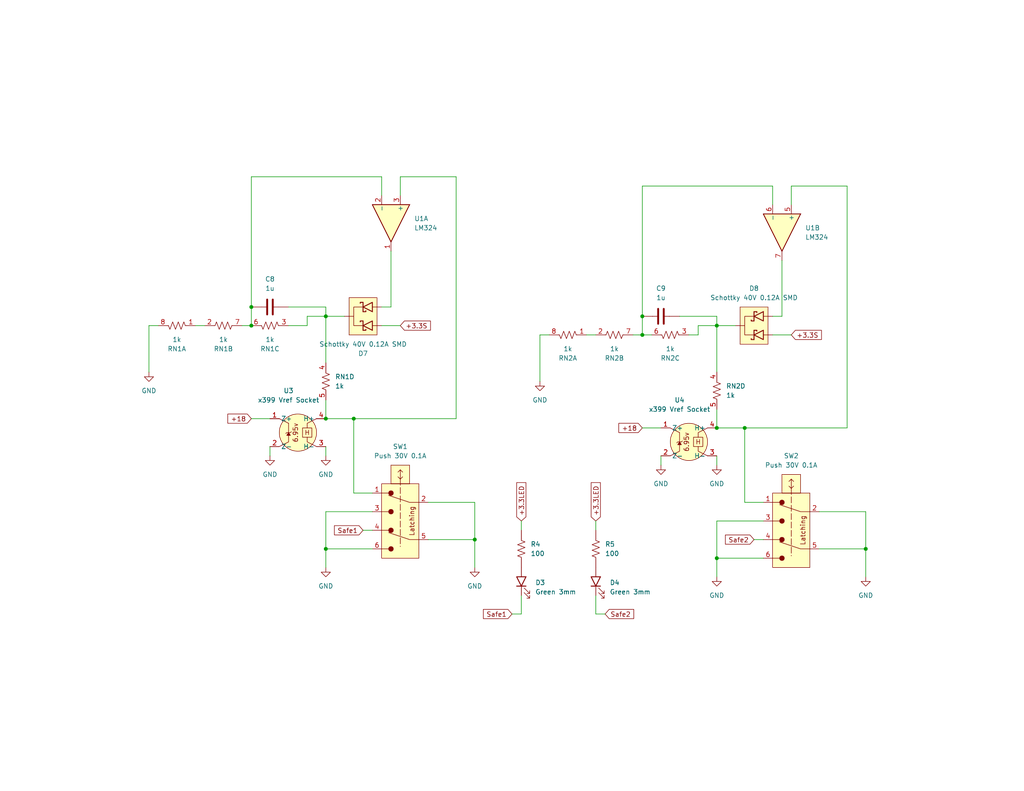
<source format=kicad_sch>
(kicad_sch (version 20230121) (generator eeschema)
  (paper "USLetter")
  (lib_symbols
    (symbol "Danakil_database:Capacitors - Unpolarized/1uF 50V 0805 Y5V SMD MLCC  " (pin_numbers hide) (pin_names (offset 0.254))
      (property "Reference" "C" (at 0.635 2.54 0))
      (property "Value" "1u" (at 0.635 -2.54 0))
      (symbol "Capacitors - Unpolarized/1uF 50V 0805 Y5V SMD MLCC  _0_1"
        (polyline (pts (xy -2.032 -0.762) (xy 2.032 -0.762)) (stroke (width 0.508)))
        (polyline (pts (xy -2.032 0.762) (xy 2.032 0.762)) (stroke (width 0.508)))
        (polyline (pts (xy 0 -0.762) (xy 0 -2.286)))
        (polyline (pts (xy 0 2.286) (xy 0 0.762)))
      )
      (symbol "Capacitors - Unpolarized/1uF 50V 0805 Y5V SMD MLCC  _1_1"
        (pin passive line (at 0 5.08 270) (length 2.794) (name "~") (number "1"))
        (pin passive line (at 0 -5.08 90) (length 2.794) (name "~") (number "2"))
      )
    )
    (symbol "Danakil_database:Connectors - IC socket/x399 Vref Socket"
      (property "Reference" "U" (at 0 7.62 0))
      (property "Value" "x399 Vref Socket" (at 0 0 0))
      (symbol "Connectors - IC socket/x399 Vref Socket_0_1"
        (polyline (pts (xy -2.54 2.54) (xy -5.08 3.81)))
      )
      (symbol "Connectors - IC socket/x399 Vref Socket_1_1"
        (polyline (pts (xy -2.54 2.54) (xy -2.54 0)))
        (polyline (pts (xy -5.08 -3.81) (xy -2.54 -2.54) (xy -2.54 -0.762)))
        (polyline (pts (xy -2.54 0) (xy -3.048 0) (xy -3.302 -0.254)))
        (polyline (pts (xy -2.54 0) (xy -2.032 0) (xy -1.778 0.254)))
        (polyline (pts (xy 5.08 -3.81) (xy 2.54 -2.54) (xy 2.54 -1.27)))
        (polyline (pts (xy 5.08 3.81) (xy 2.54 2.54) (xy 2.54 1.27)))
        (polyline (pts (xy -2.54 0) (xy -3.048 -0.762) (xy -2.032 -0.762) (xy -2.54 0)) (fill (type outline)))
        (circle (center 0 0) (radius 5.08) (fill (type background)))
        (text "6.95v" (at -0.635 0 900) (effects (font (size 1.27 1.27))))
        (text_box "H" (at 1.27 1.27 0) (size 2.54 -2.54) (effects (font (size 1.27 1.27))))
        (pin input line (at -7.62 3.81 0) (length 2.54) (name "Z+") (number "1"))
        (pin input line (at -7.62 -3.81 0) (length 2.54) (name "Z-") (number "2"))
        (pin input line (at 7.62 -3.81 180) (length 2.54) (name "H-") (number "3"))
        (pin input line (at 7.62 3.81 180) (length 2.54) (name "H+") (number "4"))
      )
    )
    (symbol "Danakil_database:Discreet - Diodes - Schottky/Schottky 40V 0.12A SMD Dual CC" (pin_numbers hide) (pin_names hide)
      (property "Reference" "D" (at 6.35 10.16 0))
      (property "Value" "Schottky 40V 0.12A SMD" (at 0 -2.54 0))
      (symbol "Discreet - Diodes - Schottky/Schottky 40V 0.12A SMD Dual CC_0_1"
        (polyline (pts (xy 0 1.27) (xy 0 -1.27)) (stroke (width 0.254)))
        (polyline (pts (xy 0 6.35) (xy 0 3.81)) (stroke (width 0.254)))
        (polyline (pts (xy -2.54 2.54) (xy -2.54 0) (xy 0 0)))
        (polyline (pts (xy -2.54 2.54) (xy -2.54 5.08) (xy 0 5.08)))
        (polyline (pts (xy 2.54 1.27) (xy 2.54 -1.27) (xy 0 0) (xy 2.54 1.27)) (stroke (width 0.254)))
        (polyline (pts (xy 2.54 6.35) (xy 2.54 3.81) (xy 0 5.08) (xy 2.54 6.35)) (stroke (width 0.254)))
      )
      (symbol "Discreet - Diodes - Schottky/Schottky 40V 0.12A SMD Dual CC_1_1"
        (rectangle (start -3.81 7.62) (end 3.81 -2.54) (fill (type background)))
        (polyline (pts (xy 0 -1.27) (xy -0.762 -1.27) (xy -0.762 -1.016)) (stroke (width 0.254)))
        (polyline (pts (xy 0 1.27) (xy 0.762 1.27) (xy 0.762 1.016)) (stroke (width 0.254)))
        (polyline (pts (xy 0 3.81) (xy -0.762 3.81) (xy -0.762 4.064)) (stroke (width 0.254)))
        (polyline (pts (xy 0 6.35) (xy 0.762 6.35) (xy 0.762 6.096)) (stroke (width 0.254)))
        (pin passive line (at 5.08 0 180) (length 2.54) (name "A") (number "1"))
        (pin passive line (at 5.08 5.08 180) (length 2.54) (name "A") (number "2"))
        (pin passive line (at -5.08 2.54 0) (length 2.54) (name "K") (number "3"))
      )
    )
    (symbol "Danakil_database:ICs - Analog - OP Amp/LM324" (pin_names (offset 0.127))
      (property "Reference" "U" (at 2.54 2.54 0))
      (property "Value" "LM324" (at 2.54 -7.62 0))
      (symbol "ICs - Analog - OP Amp/LM324_1_1"
        (polyline (pts (xy -5.08 5.08) (xy 5.08 0) (xy -5.08 -5.08) (xy -5.08 5.08)) (stroke (width 0.254)) (fill (type background)))
        (pin output line (at 7.62 0 180) (length 2.54) (name "~") (number "1"))
        (pin input line (at -7.62 -2.54 0) (length 2.54) (name "-") (number "2"))
        (pin input line (at -7.62 2.54 0) (length 2.54) (name "+") (number "3"))
      )
      (symbol "ICs - Analog - OP Amp/LM324_2_1"
        (polyline (pts (xy -5.08 5.08) (xy 5.08 0) (xy -5.08 -5.08) (xy -5.08 5.08)) (stroke (width 0.254)) (fill (type background)))
        (pin input line (at -7.62 2.54 0) (length 2.54) (name "+") (number "5"))
        (pin input line (at -7.62 -2.54 0) (length 2.54) (name "-") (number "6"))
        (pin output line (at 7.62 0 180) (length 2.54) (name "~") (number "7"))
      )
      (symbol "ICs - Analog - OP Amp/LM324_3_1"
        (polyline (pts (xy -5.08 5.08) (xy 5.08 0) (xy -5.08 -5.08) (xy -5.08 5.08)) (stroke (width 0.254)) (fill (type background)))
        (pin input line (at -7.62 2.54 0) (length 2.54) (name "+") (number "10"))
        (pin output line (at 7.62 0 180) (length 2.54) (name "~") (number "8"))
        (pin input line (at -7.62 -2.54 0) (length 2.54) (name "-") (number "9"))
      )
      (symbol "ICs - Analog - OP Amp/LM324_4_1"
        (polyline (pts (xy -5.08 5.08) (xy 5.08 0) (xy -5.08 -5.08) (xy -5.08 5.08)) (stroke (width 0.254)) (fill (type background)))
        (pin input line (at -7.62 2.54 0) (length 2.54) (name "+") (number "12"))
        (pin input line (at -7.62 -2.54 0) (length 2.54) (name "-") (number "13"))
        (pin output line (at 7.62 0 180) (length 2.54) (name "~") (number "14"))
      )
      (symbol "ICs - Analog - OP Amp/LM324_5_1"
        (rectangle (start -2.54 5.08) (end 2.54 -5.08))
        (pin passive line (at 0 -7.62 90) (length 2.54) (name "V-") (number "11"))
        (pin passive line (at 0 7.62 270) (length 2.54) (name "V+") (number "4"))
      )
    )
    (symbol "Danakil_database:LEDs - Standard - Indicator - Through Hole/Green 3mm 560nm 2.2v 20mA  " (pin_numbers hide) (pin_names (offset 1.016) hide)
      (property "Reference" "D" (at 0 2.54 0))
      (property "Value" "Green 3mm" (at 0 -2.54 0))
      (symbol "LEDs - Standard - Indicator - Through Hole/Green 3mm 560nm 2.2v 20mA  _0_1"
        (polyline (pts (xy -1.27 -1.27) (xy -1.27 1.27)) (stroke (width 0.254)))
        (polyline (pts (xy 1.27 -1.27) (xy 1.27 1.27) (xy -1.27 0) (xy 1.27 -1.27)) (stroke (width 0.254)))
        (polyline (pts (xy -3.048 -0.762) (xy -4.572 -2.286) (xy -3.81 -2.286) (xy -4.572 -2.286) (xy -4.572 -1.524)))
        (polyline (pts (xy -1.778 -0.762) (xy -3.302 -2.286) (xy -2.54 -2.286) (xy -3.302 -2.286) (xy -3.302 -1.524)))
      )
      (symbol "LEDs - Standard - Indicator - Through Hole/Green 3mm 560nm 2.2v 20mA  _1_1"
        (pin passive line (at -3.81 0 0) (length 2.54) (name "K") (number "1"))
        (pin passive line (at 3.81 0 180) (length 2.54) (name "A") (number "2"))
      )
    )
    (symbol "Danakil_database:Resistors - Isolated Array/1kΩ 1% 4-Element 1206 62.5mW 50V Thick Film 200PPM/°C  " (pin_names (offset 0) hide)
      (property "Reference" "RN" (at 2.032 0 90))
      (property "Value" "1k" (at -5.08 0.635 90))
      (symbol "Resistors - Isolated Array/1kΩ 1% 4-Element 1206 62.5mW 50V Thick Film 200PPM/°C  _0_1"
        (polyline (pts (xy 0 -2.286) (xy 0 -2.54)))
        (polyline (pts (xy 0 2.286) (xy 0 2.54)))
        (polyline (pts (xy 0 -0.762) (xy 1.016 -1.143) (xy 0 -1.524) (xy -1.016 -1.905) (xy 0 -2.286)))
        (polyline (pts (xy 0 0.762) (xy 1.016 0.381) (xy 0 0) (xy -1.016 -0.381) (xy 0 -0.762)))
        (polyline (pts (xy 0 2.286) (xy 1.016 1.905) (xy 0 1.524) (xy -1.016 1.143) (xy 0 0.762)))
      )
      (symbol "Resistors - Isolated Array/1kΩ 1% 4-Element 1206 62.5mW 50V Thick Film 200PPM/°C  _1_1"
        (pin passive line (at 0 -5.08 90) (length 2.54) (name "~") (number "1"))
        (pin passive line (at 0 5.08 270) (length 2.54) (name "~") (number "8"))
      )
      (symbol "Resistors - Isolated Array/1kΩ 1% 4-Element 1206 62.5mW 50V Thick Film 200PPM/°C  _2_1"
        (pin passive line (at 0 -5.08 90) (length 2.54) (name "~") (number "2"))
        (pin passive line (at 0 5.08 270) (length 2.54) (name "~") (number "7"))
      )
      (symbol "Resistors - Isolated Array/1kΩ 1% 4-Element 1206 62.5mW 50V Thick Film 200PPM/°C  _3_1"
        (pin passive line (at 0 -5.08 90) (length 2.54) (name "~") (number "3"))
        (pin passive line (at 0 5.08 270) (length 2.54) (name "~") (number "6"))
      )
      (symbol "Resistors - Isolated Array/1kΩ 1% 4-Element 1206 62.5mW 50V Thick Film 200PPM/°C  _4_1"
        (pin passive line (at 0 -5.08 90) (length 2.54) (name "~") (number "4"))
        (pin passive line (at 0 5.08 270) (length 2.54) (name "~") (number "5"))
      )
    )
    (symbol "Danakil_database:Resistors - Single - SMD/100Ω 1% 1206 0.25w Thick Film 100ppm/°C Automotive" (pin_numbers hide) (pin_names (offset 0))
      (property "Reference" "R" (at 2.54 0 90))
      (property "Value" "100" (at -2.54 0 90))
      (symbol "Resistors - Single - SMD/100Ω 1% 1206 0.25w Thick Film 100ppm/°C Automotive_0_1"
        (polyline (pts (xy 0 -2.286) (xy 0 -2.54)))
        (polyline (pts (xy 0 2.286) (xy 0 2.54)))
        (polyline (pts (xy 0 -0.762) (xy 1.016 -1.143) (xy 0 -1.524) (xy -1.016 -1.905) (xy 0 -2.286)))
        (polyline (pts (xy 0 0.762) (xy 1.016 0.381) (xy 0 0) (xy -1.016 -0.381) (xy 0 -0.762)))
        (polyline (pts (xy 0 2.286) (xy 1.016 1.905) (xy 0 1.524) (xy -1.016 1.143) (xy 0 0.762)))
      )
      (symbol "Resistors - Single - SMD/100Ω 1% 1206 0.25w Thick Film 100ppm/°C Automotive_1_1"
        (pin passive line (at 0 5.08 270) (length 2.54) (name "~") (number "1"))
        (pin passive line (at 0 -5.08 90) (length 2.54) (name "~") (number "2"))
      )
    )
    (symbol "Danakil_database:Switches - Push/DPDT Push 30V 0.1A"
      (property "Reference" "SW" (at 0 17.78 0))
      (property "Value" "Push 30V 0.1A" (at 0 0 0))
      (symbol "Switches - Push/DPDT Push 30V 0.1A_0_1"
        (polyline (pts (xy -5.08 -5.08) (xy -2.54 -5.08) (xy 3.175 -3.175)))
        (polyline (pts (xy -5.08 5.08) (xy -2.54 5.08) (xy 3.175 6.985)))
      )
      (symbol "Switches - Push/DPDT Push 30V 0.1A_1_1"
        (rectangle (start -5.08 10.16) (end 5.08 -10.16) (fill (type background)))
        (rectangle (start -2.54 15.24) (end 2.54 10.16) (fill (type background)))
        (polyline (pts (xy 0 11.43) (xy -0.635 12.065)))
        (polyline (pts (xy 0 11.43) (xy 0 -6.985)) (stroke (width 0) (type dash)))
        (polyline (pts (xy 0 11.43) (xy 0.635 12.065)))
        (polyline (pts (xy 0 13.97) (xy -0.635 13.335)))
        (polyline (pts (xy 0 13.97) (xy 0 11.43)))
        (polyline (pts (xy 0 13.97) (xy 0.635 13.335)))
        (polyline (pts (xy 2.54 -7.62) (xy 5.08 -7.62)))
        (polyline (pts (xy 2.54 -2.54) (xy 5.08 -2.54)))
        (polyline (pts (xy 2.54 2.54) (xy 5.08 2.54)))
        (polyline (pts (xy 2.54 7.62) (xy 5.08 7.62)))
        (circle (center 2.54 -7.62) (radius 0.635) (fill (type outline)))
        (circle (center 2.54 -2.54) (radius 0.635) (fill (type outline)))
        (circle (center 2.54 2.54) (radius 0.635) (fill (type outline)))
        (circle (center 2.54 7.62) (radius 0.635) (fill (type outline)))
        (text "Latching" (at -3.175 0 900) (effects (font (size 1.27 1.27))))
        (pin passive line (at 7.62 7.62 180) (length 2.54) (name "") (number "1"))
        (pin passive line (at -7.62 5.08 0) (length 2.54) (name "") (number "2"))
        (pin passive line (at 7.62 2.54 180) (length 2.54) (name "") (number "3"))
        (pin passive line (at 7.62 -2.54 180) (length 2.54) (name "") (number "4"))
        (pin passive line (at -7.62 -5.08 0) (length 2.54) (name "") (number "5"))
        (pin passive line (at 7.62 -7.62 180) (length 2.54) (name "") (number "6"))
      )
    )
    (symbol "power:GND" (power) (pin_names (offset 0))
      (property "Value" "GND" (at 0 -3.81 0))
      (symbol "GND_0_1"
        (polyline (pts (xy 0 0) (xy 0 -1.27) (xy 1.27 -1.27) (xy 0 -2.54) (xy -1.27 -1.27) (xy 0 -1.27)))
      )
      (symbol "GND_1_1"
        (pin power_in line (at 0 0 270) (length 0) hide (name "GND") (number "1"))
      )
    )
  )
  (junction (at 195.58 152.4))
  (junction (at 88.9 149.86))
  (junction (at 195.58 88.9))
  (junction (at 203.2 116.84))
  (junction (at 68.58 88.9))
  (junction (at 236.22 149.86))
  (junction (at 175.26 86.36))
  (junction (at 129.54 147.32))
  (junction (at 96.52 114.3))
  (junction (at 88.9 86.36))
  (junction (at 175.26 91.44))
  (junction (at 88.9 114.3))
  (junction (at 195.58 116.84))
  (junction (at 68.58 83.82))
  (wire (pts (xy 162.56 167.64) (xy 162.56 162.56)))
  (wire (pts (xy 195.58 157.48) (xy 195.58 152.4)))
  (wire (pts (xy 195.58 116.84) (xy 203.2 116.84)))
  (wire (pts (xy 96.52 134.62) (xy 96.52 114.3)))
  (wire (pts (xy 43.18 88.9) (xy 40.64 88.9)))
  (wire (pts (xy 142.24 162.56) (xy 142.24 167.64)))
  (wire (pts (xy 88.9 139.7) (xy 88.9 149.86)))
  (wire (pts (xy 205.74 147.32) (xy 208.28 147.32)))
  (wire (pts (xy 109.22 48.26) (xy 109.22 53.34)))
  (wire (pts (xy 129.54 147.32) (xy 116.84 147.32)))
  (wire (pts (xy 175.26 91.44) (xy 177.8 91.44)))
  (wire (pts (xy 88.9 121.92) (xy 88.9 124.46)))
  (wire (pts (xy 88.9 149.86) (xy 101.6 149.86)))
  (wire (pts (xy 162.56 142.24) (xy 162.56 144.78)))
  (wire (pts (xy 195.58 124.46) (xy 195.58 127)))
  (wire (pts (xy 195.58 101.6) (xy 195.58 88.9)))
  (wire (pts (xy 68.58 83.82) (xy 68.58 48.26)))
  (wire (pts (xy 175.26 116.84) (xy 180.34 116.84)))
  (wire (pts (xy 68.58 83.82) (xy 68.58 88.9)))
  (wire (pts (xy 195.58 88.9) (xy 195.58 86.36)))
  (wire (pts (xy 175.26 50.8) (xy 210.82 50.8)))
  (wire (pts (xy 96.52 114.3) (xy 124.46 114.3)))
  (wire (pts (xy 203.2 116.84) (xy 231.14 116.84)))
  (wire (pts (xy 210.82 91.44) (xy 215.9 91.44)))
  (wire (pts (xy 203.2 137.16) (xy 203.2 116.84)))
  (wire (pts (xy 231.14 50.8) (xy 215.9 50.8)))
  (wire (pts (xy 101.6 134.62) (xy 96.52 134.62)))
  (wire (pts (xy 215.9 50.8) (xy 215.9 55.88)))
  (wire (pts (xy 195.58 142.24) (xy 208.28 142.24)))
  (wire (pts (xy 40.64 88.9) (xy 40.64 101.6)))
  (wire (pts (xy 142.24 167.64) (xy 139.7 167.64)))
  (wire (pts (xy 88.9 83.82) (xy 78.74 83.82)))
  (wire (pts (xy 236.22 157.48) (xy 236.22 149.86)))
  (wire (pts (xy 88.9 99.06) (xy 88.9 86.36)))
  (wire (pts (xy 129.54 154.94) (xy 129.54 147.32)))
  (wire (pts (xy 175.26 86.36) (xy 175.26 50.8)))
  (wire (pts (xy 172.72 91.44) (xy 175.26 91.44)))
  (wire (pts (xy 210.82 86.36) (xy 213.36 86.36)))
  (wire (pts (xy 165.1 167.64) (xy 162.56 167.64)))
  (wire (pts (xy 106.68 83.82) (xy 106.68 68.58)))
  (wire (pts (xy 73.66 121.92) (xy 73.66 124.46)))
  (wire (pts (xy 83.82 86.36) (xy 88.9 86.36)))
  (wire (pts (xy 124.46 114.3) (xy 124.46 48.26)))
  (wire (pts (xy 195.58 152.4) (xy 208.28 152.4)))
  (wire (pts (xy 88.9 139.7) (xy 101.6 139.7)))
  (wire (pts (xy 149.86 91.44) (xy 147.32 91.44)))
  (wire (pts (xy 104.14 83.82) (xy 106.68 83.82)))
  (wire (pts (xy 190.5 91.44) (xy 190.5 88.9)))
  (wire (pts (xy 88.9 154.94) (xy 88.9 149.86)))
  (wire (pts (xy 190.5 88.9) (xy 195.58 88.9)))
  (wire (pts (xy 124.46 48.26) (xy 109.22 48.26)))
  (wire (pts (xy 88.9 109.22) (xy 88.9 114.3)))
  (wire (pts (xy 195.58 86.36) (xy 185.42 86.36)))
  (wire (pts (xy 68.58 114.3) (xy 73.66 114.3)))
  (wire (pts (xy 195.58 111.76) (xy 195.58 116.84)))
  (wire (pts (xy 147.32 91.44) (xy 147.32 104.14)))
  (wire (pts (xy 78.74 88.9) (xy 83.82 88.9)))
  (wire (pts (xy 142.24 142.24) (xy 142.24 144.78)))
  (wire (pts (xy 66.04 88.9) (xy 68.58 88.9)))
  (wire (pts (xy 99.06 144.78) (xy 101.6 144.78)))
  (wire (pts (xy 129.54 137.16) (xy 116.84 137.16)))
  (wire (pts (xy 236.22 149.86) (xy 236.22 139.7)))
  (wire (pts (xy 180.34 124.46) (xy 180.34 127)))
  (wire (pts (xy 195.58 142.24) (xy 195.58 152.4)))
  (wire (pts (xy 231.14 116.84) (xy 231.14 50.8)))
  (wire (pts (xy 208.28 137.16) (xy 203.2 137.16)))
  (wire (pts (xy 195.58 88.9) (xy 200.66 88.9)))
  (wire (pts (xy 104.14 88.9) (xy 109.22 88.9)))
  (wire (pts (xy 213.36 86.36) (xy 213.36 71.12)))
  (wire (pts (xy 129.54 147.32) (xy 129.54 137.16)))
  (wire (pts (xy 68.58 48.26) (xy 104.14 48.26)))
  (wire (pts (xy 175.26 86.36) (xy 175.26 91.44)))
  (wire (pts (xy 160.02 91.44) (xy 162.56 91.44)))
  (wire (pts (xy 88.9 114.3) (xy 96.52 114.3)))
  (wire (pts (xy 187.96 91.44) (xy 190.5 91.44)))
  (wire (pts (xy 83.82 88.9) (xy 83.82 86.36)))
  (wire (pts (xy 210.82 50.8) (xy 210.82 55.88)))
  (wire (pts (xy 88.9 86.36) (xy 88.9 83.82)))
  (wire (pts (xy 104.14 48.26) (xy 104.14 53.34)))
  (wire (pts (xy 53.34 88.9) (xy 55.88 88.9)))
  (wire (pts (xy 236.22 149.86) (xy 223.52 149.86)))
  (wire (pts (xy 88.9 86.36) (xy 93.98 86.36)))
  (wire (pts (xy 236.22 139.7) (xy 223.52 139.7)))
  (global_label "Safe2" (shape input) (at 205.74 147.32 180) (property "Intersheetrefs" "${INTERSHEET_REFS}" (effects hide)))
  (global_label "Safe1" (shape input) (at 139.7 167.64 180) (property "Intersheetrefs" "${INTERSHEET_REFS}" (effects hide)))
  (global_label "+3.3S" (shape input) (at 109.22 88.9 0) (property "Intersheetrefs" "${INTERSHEET_REFS}" (effects hide)))
  (global_label "Safe1" (shape input) (at 99.06 144.78 180) (property "Intersheetrefs" "${INTERSHEET_REFS}" (effects hide)))
  (global_label "+18" (shape input) (at 175.26 116.84 180) (property "Intersheetrefs" "${INTERSHEET_REFS}" (effects hide)))
  (global_label "+3.3S" (shape input) (at 215.9 91.44 0) (property "Intersheetrefs" "${INTERSHEET_REFS}" (effects hide)))
  (global_label "+3.3LED" (shape input) (at 142.24 142.24 90) (property "Intersheetrefs" "${INTERSHEET_REFS}" (effects hide)))
  (global_label "Safe2" (shape input) (at 165.1 167.64 0) (property "Intersheetrefs" "${INTERSHEET_REFS}" (effects hide)))
  (global_label "+3.3LED" (shape input) (at 162.56 142.24 90) (property "Intersheetrefs" "${INTERSHEET_REFS}" (effects hide)))
  (global_label "+18" (shape input) (at 68.58 114.3 180) (property "Intersheetrefs" "${INTERSHEET_REFS}" (effects hide)))
  (symbol (lib_id "Danakil_database:Resistors - Isolated Array/1kΩ 1% 4-Element 1206 62.5mW 50V Thick Film 200PPM/°C  ") (at 167.64 91.44 270) (unit 2)
    (property "Reference" "RN2" (at 167.64 97.79 90))
    (property "Value" "1k" (at 167.64 95.25 90))
    (property "Footprint" "Resistors_SMD_Networks:BO_CAY16" (effects hide))
    (property "Datasheet" "https://www.bourns.com/docs/Product-Datasheets/CATCAY.pdf" (effects hide))
    (property "Name" "1kΩ 1% 4-Element 1206 62.5mW 50V Thick Film 200PPM/°C  " (effects hide))
    (property "Tolerance (%)" "1" (effects hide))
    (property "Matching Ratio" " " (effects hide))
    (property "TCR (PPM/°C)" "200" (effects hide))
    (property "Ratio Drift (PPM/°C)" " " (effects hide))
    (property "Number of elements" "4" (effects hide))
    (property "Power / element (mW)" "62.5" (effects hide))
    (property "Max Voltage" "50" (effects hide))
    (property "Size" "1206" (effects hide))
    (property "Technology" "Thick Film" (effects hide))
    (property "MFG" "Bourns Inc." (effects hide))
    (property "MFG PN" "CAY16-1001F4LF" (effects hide))
    (property "Distributor" "Digikey" (effects hide))
    (property "Distributor PN" "CAY16-1001F4LFCT-ND" (effects hide))
    (property "Symbol" "0Dan_Passives:R_Network04_Iso" (effects hide))
    (property "Comment" " " (effects hide))
  )
  (symbol (lib_id "Danakil_database:Resistors - Isolated Array/1kΩ 1% 4-Element 1206 62.5mW 50V Thick Film 200PPM/°C  ") (at 182.88 91.44 90) (mirror x) (unit 3)
    (property "Reference" "RN2" (at 182.88 97.79 90))
    (property "Value" "1k" (at 182.88 95.25 90))
    (property "Footprint" "Resistors_SMD_Networks:BO_CAY16" (effects hide))
    (property "Datasheet" "https://www.bourns.com/docs/Product-Datasheets/CATCAY.pdf" (effects hide))
    (property "Name" "1kΩ 1% 4-Element 1206 62.5mW 50V Thick Film 200PPM/°C  " (effects hide))
    (property "Tolerance (%)" "1" (effects hide))
    (property "Matching Ratio" " " (effects hide))
    (property "TCR (PPM/°C)" "200" (effects hide))
    (property "Ratio Drift (PPM/°C)" " " (effects hide))
    (property "Number of elements" "4" (effects hide))
    (property "Power / element (mW)" "62.5" (effects hide))
    (property "Max Voltage" "50" (effects hide))
    (property "Size" "1206" (effects hide))
    (property "Technology" "Thick Film" (effects hide))
    (property "MFG" "Bourns Inc." (effects hide))
    (property "MFG PN" "CAY16-1001F4LF" (effects hide))
    (property "Distributor" "Digikey" (effects hide))
    (property "Distributor PN" "CAY16-1001F4LFCT-ND" (effects hide))
    (property "Symbol" "0Dan_Passives:R_Network04_Iso" (effects hide))
    (property "Comment" " " (effects hide))
  )
  (symbol (lib_id "power:GND") (at 129.54 154.94 0) (unit 1)
    (property "Reference" "#PWR04" (effects hide))
    (property "Value" "GND" (at 129.54 160.02 0))
  )
  (symbol (lib_id "Danakil_database:Discreet - Diodes - Schottky/Schottky 40V 0.12A SMD Dual CC") (at 99.06 83.82 0) (mirror x) (unit 1)
    (property "Reference" "D7" (at 99.06 96.52 0))
    (property "Value" "Schottky 40V 0.12A SMD" (at 99.06 93.98 0))
    (property "Footprint" "Discreet_SMD:SOT-23-3_1" (effects hide))
    (property "Datasheet" "https://assets.nexperia.com/documents/data-sheet/BAS40-05.pdf" (effects hide))
    (property "Name" "Schottky 40V 0.12A SMD Dual CC" (effects hide))
    (property "Vr (max)" "40V" (effects hide))
    (property "Vf@If (max)" "1V@40mA" (effects hide))
    (property "I (max)" "0.12A" (effects hide))
    (property "Mounting Type" "SMD" (effects hide))
    (property "MFG" "Nexperia USA Inc." (effects hide))
    (property "MFG PN" "BAS40-05,215" (effects hide))
    (property "Distributor" "Digikey" (effects hide))
    (property "Distributor PN" "1727-4235-1-ND" (effects hide))
    (property "Symbol" "0Dan_Discreet:Diode_Schottky_BAS40-05" (effects hide))
    (property "Comment" "Dual CC" (effects hide))
  )
  (symbol (lib_id "Danakil_database:Capacitors - Unpolarized/1uF 50V 0805 Y5V SMD MLCC  ") (at 73.66 83.82 90) (unit 1)
    (property "Reference" "C8" (at 73.66 76.2 90))
    (property "Value" "1u" (at 73.66 78.74 90))
    (property "Footprint" "Capacitors_SMD:C_0805_2012Metric" (effects hide))
    (property "Datasheet" "https://weblib.samsungsem.com/mlcc/mlcc-ec-data-sheet.do?partNumber=CL05Y105KP6VPN" (effects hide))
    (property "Name" "1uF 50V 0805 Y5V SMD MLCC  " (effects hide))
    (property "Size" "0805" (effects hide))
    (property "Voltage" "50" (effects hide))
    (property "Temp Co" "Y5V" (effects hide))
    (property "Mounting Type" "SMD" (effects hide))
    (property "Technology" "MLCC" (effects hide))
    (property "MFG" "Samsung Electro-Mechanics" (effects hide))
    (property "MFG PN" "CL21F105ZBFNNNG" (effects hide))
    (property "Distributor" "Digikey" (effects hide))
    (property "Distributor PN" "1276-6495-1-ND" (effects hide))
    (property "Symbol" "0Dan_Passives:C" (effects hide))
    (property "Comment" " " (effects hide))
  )
  (symbol (lib_id "power:GND") (at 88.9 154.94 0) (unit 1)
    (property "Reference" "#PWR05" (effects hide))
    (property "Value" "GND" (at 88.9 160.02 0))
  )
  (symbol (lib_id "power:GND") (at 236.22 157.48 0) (unit 1)
    (property "Reference" "#PWR019" (effects hide))
    (property "Value" "GND" (at 236.22 162.56 0))
  )
  (symbol (lib_id "Danakil_database:ICs - Analog - OP Amp/LM324") (at 213.36 63.5 270) (unit 2)
    (property "Reference" "U1" (at 219.71 62.23 90) (effects (justify left)))
    (property "Value" "LM324" (at 219.71 64.77 90) (effects (justify left)))
    (property "Footprint" "ICs:SOIC-14_3.9x8.7mm_P1.27mm" (effects hide))
    (property "Datasheet" "https://www.ti.com/lit/ds/symlink/lm224.pdf?HQS=dis-dk-null-digikeymode-dsf-pf-null-wwe&ts=1741206371483" (effects hide))
    (property "Name" "LM324" (effects hide))
    (property "MFG" "Texas Instruments" (effects hide))
    (property "MFG PN" "LM324ADR" (effects hide))
    (property "Distributor" "Digikey" (effects hide))
    (property "Distributor PN" "296-9540-1-ND" (effects hide))
    (property "Symbol" "0Dan_OpAmps:LM324" (effects hide))
    (property "Comment" " " (effects hide))
  )
  (symbol (lib_id "Danakil_database:Capacitors - Unpolarized/1uF 50V 0805 Y5V SMD MLCC  ") (at 180.34 86.36 90) (unit 1)
    (property "Reference" "C9" (at 180.34 78.74 90))
    (property "Value" "1u" (at 180.34 81.28 90))
    (property "Footprint" "Capacitors_SMD:C_0805_2012Metric" (effects hide))
    (property "Datasheet" "https://weblib.samsungsem.com/mlcc/mlcc-ec-data-sheet.do?partNumber=CL05Y105KP6VPN" (effects hide))
    (property "Name" "1uF 50V 0805 Y5V SMD MLCC  " (effects hide))
    (property "Size" "0805" (effects hide))
    (property "Voltage" "50" (effects hide))
    (property "Temp Co" "Y5V" (effects hide))
    (property "Mounting Type" "SMD" (effects hide))
    (property "Technology" "MLCC" (effects hide))
    (property "MFG" "Samsung Electro-Mechanics" (effects hide))
    (property "MFG PN" "CL21F105ZBFNNNG" (effects hide))
    (property "Distributor" "Digikey" (effects hide))
    (property "Distributor PN" "1276-6495-1-ND" (effects hide))
    (property "Symbol" "0Dan_Passives:C" (effects hide))
    (property "Comment" " " (effects hide))
  )
  (symbol (lib_id "Danakil_database:Switches - Push/DPDT Push 30V 0.1A") (at 215.9 144.78 0) (mirror y) (unit 1)
    (property "Reference" "SW2" (at 215.9 124.46 0))
    (property "Value" "Push 30V 0.1A" (at 215.9 127 0))
    (property "Footprint" "Switches_Push:SW_TL2230EEF100" (effects hide))
    (property "Datasheet" "https://configured-product-images.s3.amazonaws.com/Datasheets/TL2230.pdf" (effects hide))
    (property "Name" "DPDT Push 30V 0.1A" (effects hide))
    (property "Type" "DPDT" (effects hide))
    (property "Vmax (DC)" "30V" (effects hide))
    (property "Imax (DC)" "0.1A" (effects hide))
    (property "MFG" "E-Switch" (effects hide))
    (property "MFG PN" "TL2230EEF100" (effects hide))
    (property "Distributor" "Digikey" (effects hide))
    (property "Distributor PN" "E-Switch" (effects hide))
    (property "Symbol" "0Dan_Switches:Push_DPDT_Latching" (effects hide))
    (property "Comment" "Latching" (effects hide))
  )
  (symbol (lib_id "Danakil_database:Connectors - IC socket/x399 Vref Socket") (at 81.28 118.11 0) (unit 1)
    (property "Reference" "U3" (at 78.74 106.68 0))
    (property "Value" "x399 Vref Socket" (at 78.74 109.22 0))
    (property "Footprint" "Connectors_ICskt:x399_Socket" (effects hide))
    (property "Datasheet" "https://drawings-pdf.s3.amazonaws.com/10497.pdf" (effects hide))
    (property "Name" "x399 Vref Socket" (effects hide))
    (property "For" "x399 Vref" (effects hide))
    (property "MFG" "Sullins Connector Solutions" (effects hide))
    (property "MFG PN" "NPPN022AFCN-RC" (effects hide))
    (property "Distributor" "Digikey" (effects hide))
    (property "Distributor PN" "S5750-02-ND" (effects hide))
    (property "Symbol" "0Dan_VRefs-BZener:LM399" (effects hide))
    (property "Comment" " " (effects hide))
  )
  (symbol (lib_id "power:GND") (at 88.9 124.46 0) (unit 1)
    (property "Reference" "#PWR03" (effects hide))
    (property "Value" "GND" (at 88.9 129.54 0))
  )
  (symbol (lib_id "Danakil_database:Resistors - Single - SMD/100Ω 1% 1206 0.25w Thick Film 100ppm/°C Automotive") (at 142.24 149.86 180) (unit 1)
    (property "Reference" "R4" (at 144.78 148.59 0) (effects (justify right)))
    (property "Value" "100" (at 144.78 151.13 0) (effects (justify right)))
    (property "Footprint" "Resistors_SMD:R_1206_3216Metric" (effects hide))
    (property "Datasheet" "https://www.seielect.com/catalog/sei-rmcf_rmcp.pdf" (effects hide))
    (property "Name" "100Ω 1% 1206 0.25w Thick Film 100ppm/°C Automotive" (effects hide))
    (property "Tolerance" "1" (effects hide))
    (property "Size" "1206" (effects hide))
    (property "Power" "0.25" (effects hide))
    (property "Voltage" "200v" (effects hide))
    (property "Technology" "Thick Film" (effects hide))
    (property "Temp Co" "100" (effects hide))
    (property "MFG" "Stackpole Electronics Inc" (effects hide))
    (property "MFG PN" "RMCF1206FT100R" (effects hide))
    (property "Distributor" "Digikey" (effects hide))
    (property "Distributor PN" "RMCF1206FT100RCT-ND" (effects hide))
    (property "Symbol" "0Dan_Passives:R_US" (effects hide))
    (property "Comment" "Automotive" (effects hide))
  )
  (symbol (lib_id "Danakil_database:Resistors - Isolated Array/1kΩ 1% 4-Element 1206 62.5mW 50V Thick Film 200PPM/°C  ") (at 88.9 104.14 180) (unit 4)
    (property "Reference" "RN1" (at 91.44 102.87 0) (effects (justify right)))
    (property "Value" "1k" (at 91.44 105.41 0) (effects (justify right)))
    (property "Footprint" "Resistors_SMD_Networks:BO_CAY16" (effects hide))
    (property "Datasheet" "https://www.bourns.com/docs/Product-Datasheets/CATCAY.pdf" (effects hide))
    (property "Name" "1kΩ 1% 4-Element 1206 62.5mW 50V Thick Film 200PPM/°C  " (effects hide))
    (property "Tolerance (%)" "1" (effects hide))
    (property "Matching Ratio" " " (effects hide))
    (property "TCR (PPM/°C)" "200" (effects hide))
    (property "Ratio Drift (PPM/°C)" " " (effects hide))
    (property "Number of elements" "4" (effects hide))
    (property "Power / element (mW)" "62.5" (effects hide))
    (property "Max Voltage" "50" (effects hide))
    (property "Size" "1206" (effects hide))
    (property "Technology" "Thick Film" (effects hide))
    (property "MFG" "Bourns Inc." (effects hide))
    (property "MFG PN" "CAY16-1001F4LF" (effects hide))
    (property "Distributor" "Digikey" (effects hide))
    (property "Distributor PN" "CAY16-1001F4LFCT-ND" (effects hide))
    (property "Symbol" "0Dan_Passives:R_Network04_Iso" (effects hide))
    (property "Comment" " " (effects hide))
  )
  (symbol (lib_id "Danakil_database:Resistors - Isolated Array/1kΩ 1% 4-Element 1206 62.5mW 50V Thick Film 200PPM/°C  ") (at 195.58 106.68 180) (unit 4)
    (property "Reference" "RN2" (at 198.12 105.41 0) (effects (justify right)))
    (property "Value" "1k" (at 198.12 107.95 0) (effects (justify right)))
    (property "Footprint" "Resistors_SMD_Networks:BO_CAY16" (effects hide))
    (property "Datasheet" "https://www.bourns.com/docs/Product-Datasheets/CATCAY.pdf" (effects hide))
    (property "Name" "1kΩ 1% 4-Element 1206 62.5mW 50V Thick Film 200PPM/°C  " (effects hide))
    (property "Tolerance (%)" "1" (effects hide))
    (property "Matching Ratio" " " (effects hide))
    (property "TCR (PPM/°C)" "200" (effects hide))
    (property "Ratio Drift (PPM/°C)" " " (effects hide))
    (property "Number of elements" "4" (effects hide))
    (property "Power / element (mW)" "62.5" (effects hide))
    (property "Max Voltage" "50" (effects hide))
    (property "Size" "1206" (effects hide))
    (property "Technology" "Thick Film" (effects hide))
    (property "MFG" "Bourns Inc." (effects hide))
    (property "MFG PN" "CAY16-1001F4LF" (effects hide))
    (property "Distributor" "Digikey" (effects hide))
    (property "Distributor PN" "CAY16-1001F4LFCT-ND" (effects hide))
    (property "Symbol" "0Dan_Passives:R_Network04_Iso" (effects hide))
    (property "Comment" " " (effects hide))
  )
  (symbol (lib_id "Danakil_database:Switches - Push/DPDT Push 30V 0.1A") (at 109.22 142.24 0) (mirror y) (unit 1)
    (property "Reference" "SW1" (at 109.22 121.92 0))
    (property "Value" "Push 30V 0.1A" (at 109.22 124.46 0))
    (property "Footprint" "Switches_Push:SW_TL2230EEF100" (effects hide))
    (property "Datasheet" "https://configured-product-images.s3.amazonaws.com/Datasheets/TL2230.pdf" (effects hide))
    (property "Name" "DPDT Push 30V 0.1A" (effects hide))
    (property "Type" "DPDT" (effects hide))
    (property "Vmax (DC)" "30V" (effects hide))
    (property "Imax (DC)" "0.1A" (effects hide))
    (property "MFG" "E-Switch" (effects hide))
    (property "MFG PN" "TL2230EEF100" (effects hide))
    (property "Distributor" "Digikey" (effects hide))
    (property "Distributor PN" "E-Switch" (effects hide))
    (property "Symbol" "0Dan_Switches:Push_DPDT_Latching" (effects hide))
    (property "Comment" "Latching" (effects hide))
  )
  (symbol (lib_id "Danakil_database:ICs - Analog - OP Amp/LM324") (at 106.68 60.96 270) (unit 1)
    (property "Reference" "U1" (at 113.03 59.69 90) (effects (justify left)))
    (property "Value" "LM324" (at 113.03 62.23 90) (effects (justify left)))
    (property "Footprint" "ICs:SOIC-14_3.9x8.7mm_P1.27mm" (effects hide))
    (property "Datasheet" "https://www.ti.com/lit/ds/symlink/lm224.pdf?HQS=dis-dk-null-digikeymode-dsf-pf-null-wwe&ts=1741206371483" (effects hide))
    (property "Name" "LM324" (effects hide))
    (property "MFG" "Texas Instruments" (effects hide))
    (property "MFG PN" "LM324ADR" (effects hide))
    (property "Distributor" "Digikey" (effects hide))
    (property "Distributor PN" "296-9540-1-ND" (effects hide))
    (property "Symbol" "0Dan_OpAmps:LM324" (effects hide))
    (property "Comment" " " (effects hide))
  )
  (symbol (lib_id "Danakil_database:Resistors - Isolated Array/1kΩ 1% 4-Element 1206 62.5mW 50V Thick Film 200PPM/°C  ") (at 48.26 88.9 90) (mirror x) (unit 1)
    (property "Reference" "RN1" (at 48.26 95.25 90))
    (property "Value" "1k" (at 48.26 92.71 90))
    (property "Footprint" "Resistors_SMD_Networks:BO_CAY16" (effects hide))
    (property "Datasheet" "https://www.bourns.com/docs/Product-Datasheets/CATCAY.pdf" (effects hide))
    (property "Name" "1kΩ 1% 4-Element 1206 62.5mW 50V Thick Film 200PPM/°C  " (effects hide))
    (property "Tolerance (%)" "1" (effects hide))
    (property "Matching Ratio" " " (effects hide))
    (property "TCR (PPM/°C)" "200" (effects hide))
    (property "Ratio Drift (PPM/°C)" " " (effects hide))
    (property "Number of elements" "4" (effects hide))
    (property "Power / element (mW)" "62.5" (effects hide))
    (property "Max Voltage" "50" (effects hide))
    (property "Size" "1206" (effects hide))
    (property "Technology" "Thick Film" (effects hide))
    (property "MFG" "Bourns Inc." (effects hide))
    (property "MFG PN" "CAY16-1001F4LF" (effects hide))
    (property "Distributor" "Digikey" (effects hide))
    (property "Distributor PN" "CAY16-1001F4LFCT-ND" (effects hide))
    (property "Symbol" "0Dan_Passives:R_Network04_Iso" (effects hide))
    (property "Comment" " " (effects hide))
  )
  (symbol (lib_id "Danakil_database:Resistors - Isolated Array/1kΩ 1% 4-Element 1206 62.5mW 50V Thick Film 200PPM/°C  ") (at 60.96 88.9 270) (unit 2)
    (property "Reference" "RN1" (at 60.96 95.25 90))
    (property "Value" "1k" (at 60.96 92.71 90))
    (property "Footprint" "Resistors_SMD_Networks:BO_CAY16" (effects hide))
    (property "Datasheet" "https://www.bourns.com/docs/Product-Datasheets/CATCAY.pdf" (effects hide))
    (property "Name" "1kΩ 1% 4-Element 1206 62.5mW 50V Thick Film 200PPM/°C  " (effects hide))
    (property "Tolerance (%)" "1" (effects hide))
    (property "Matching Ratio" " " (effects hide))
    (property "TCR (PPM/°C)" "200" (effects hide))
    (property "Ratio Drift (PPM/°C)" " " (effects hide))
    (property "Number of elements" "4" (effects hide))
    (property "Power / element (mW)" "62.5" (effects hide))
    (property "Max Voltage" "50" (effects hide))
    (property "Size" "1206" (effects hide))
    (property "Technology" "Thick Film" (effects hide))
    (property "MFG" "Bourns Inc." (effects hide))
    (property "MFG PN" "CAY16-1001F4LF" (effects hide))
    (property "Distributor" "Digikey" (effects hide))
    (property "Distributor PN" "CAY16-1001F4LFCT-ND" (effects hide))
    (property "Symbol" "0Dan_Passives:R_Network04_Iso" (effects hide))
    (property "Comment" " " (effects hide))
  )
  (symbol (lib_id "Danakil_database:LEDs - Standard - Indicator - Through Hole/Green 3mm 560nm 2.2v 20mA  ") (at 162.56 158.75 90) (unit 1)
    (property "Reference" "D4" (at 166.37 159.0675 90) (effects (justify right)))
    (property "Value" "Green 3mm" (at 166.37 161.6075 90) (effects (justify right)))
    (property "Footprint" "Discreet_TH:LED_3mm_wurth" (effects hide))
    (property "Datasheet" "https://www.we-online.com/components/products/datasheet/151031VS06000.pdf" (effects hide))
    (property "Name" "Green 3mm 560nm 2.2v 20mA  " (effects hide))
    (property "Color" "Green" (effects hide))
    (property "Wavelength" "560" (effects hide))
    (property "Vf" "2.2" (effects hide))
    (property "If (mA)" "20" (effects hide))
    (property "Size" "3mm" (effects hide))
    (property "MFG" "Würth Elektronik" (effects hide))
    (property "MFG PN" "151031VS06000" (effects hide))
    (property "Distributor" "Digikey" (effects hide))
    (property "Distributor PN" "732-5008-ND" (effects hide))
    (property "Symbol" "0Dan_Discreet:LED" (effects hide))
    (property "Comment" " " (effects hide))
  )
  (symbol (lib_id "power:GND") (at 73.66 124.46 0) (unit 1)
    (property "Reference" "#PWR02" (effects hide))
    (property "Value" "GND" (at 73.66 129.54 0))
  )
  (symbol (lib_id "power:GND") (at 195.58 157.48 0) (unit 1)
    (property "Reference" "#PWR018" (effects hide))
    (property "Value" "GND" (at 195.58 162.56 0))
  )
  (symbol (lib_id "power:GND") (at 195.58 127 0) (unit 1)
    (property "Reference" "#PWR017" (effects hide))
    (property "Value" "GND" (at 195.58 132.08 0))
  )
  (symbol (lib_id "power:GND") (at 147.32 104.14 0) (unit 1)
    (property "Reference" "#PWR015" (effects hide))
    (property "Value" "GND" (at 147.32 109.22 0))
  )
  (symbol (lib_id "Danakil_database:Connectors - IC socket/x399 Vref Socket") (at 187.96 120.65 0) (unit 1)
    (property "Reference" "U4" (at 185.42 109.22 0))
    (property "Value" "x399 Vref Socket" (at 185.42 111.76 0))
    (property "Footprint" "Connectors_ICskt:x399_Socket" (effects hide))
    (property "Datasheet" "https://drawings-pdf.s3.amazonaws.com/10497.pdf" (effects hide))
    (property "Name" "x399 Vref Socket" (effects hide))
    (property "For" "x399 Vref" (effects hide))
    (property "MFG" "Sullins Connector Solutions" (effects hide))
    (property "MFG PN" "NPPN022AFCN-RC" (effects hide))
    (property "Distributor" "Digikey" (effects hide))
    (property "Distributor PN" "S5750-02-ND" (effects hide))
    (property "Symbol" "0Dan_VRefs-BZener:LM399" (effects hide))
    (property "Comment" " " (effects hide))
  )
  (symbol (lib_id "Danakil_database:Resistors - Isolated Array/1kΩ 1% 4-Element 1206 62.5mW 50V Thick Film 200PPM/°C  ") (at 73.66 88.9 90) (mirror x) (unit 3)
    (property "Reference" "RN1" (at 73.66 95.25 90))
    (property "Value" "1k" (at 73.66 92.71 90))
    (property "Footprint" "Resistors_SMD_Networks:BO_CAY16" (effects hide))
    (property "Datasheet" "https://www.bourns.com/docs/Product-Datasheets/CATCAY.pdf" (effects hide))
    (property "Name" "1kΩ 1% 4-Element 1206 62.5mW 50V Thick Film 200PPM/°C  " (effects hide))
    (property "Tolerance (%)" "1" (effects hide))
    (property "Matching Ratio" " " (effects hide))
    (property "TCR (PPM/°C)" "200" (effects hide))
    (property "Ratio Drift (PPM/°C)" " " (effects hide))
    (property "Number of elements" "4" (effects hide))
    (property "Power / element (mW)" "62.5" (effects hide))
    (property "Max Voltage" "50" (effects hide))
    (property "Size" "1206" (effects hide))
    (property "Technology" "Thick Film" (effects hide))
    (property "MFG" "Bourns Inc." (effects hide))
    (property "MFG PN" "CAY16-1001F4LF" (effects hide))
    (property "Distributor" "Digikey" (effects hide))
    (property "Distributor PN" "CAY16-1001F4LFCT-ND" (effects hide))
    (property "Symbol" "0Dan_Passives:R_Network04_Iso" (effects hide))
    (property "Comment" " " (effects hide))
  )
  (symbol (lib_id "Danakil_database:Resistors - Isolated Array/1kΩ 1% 4-Element 1206 62.5mW 50V Thick Film 200PPM/°C  ") (at 154.94 91.44 90) (mirror x) (unit 1)
    (property "Reference" "RN2" (at 154.94 97.79 90))
    (property "Value" "1k" (at 154.94 95.25 90))
    (property "Footprint" "Resistors_SMD_Networks:BO_CAY16" (effects hide))
    (property "Datasheet" "https://www.bourns.com/docs/Product-Datasheets/CATCAY.pdf" (effects hide))
    (property "Name" "1kΩ 1% 4-Element 1206 62.5mW 50V Thick Film 200PPM/°C  " (effects hide))
    (property "Tolerance (%)" "1" (effects hide))
    (property "Matching Ratio" " " (effects hide))
    (property "TCR (PPM/°C)" "200" (effects hide))
    (property "Ratio Drift (PPM/°C)" " " (effects hide))
    (property "Number of elements" "4" (effects hide))
    (property "Power / element (mW)" "62.5" (effects hide))
    (property "Max Voltage" "50" (effects hide))
    (property "Size" "1206" (effects hide))
    (property "Technology" "Thick Film" (effects hide))
    (property "MFG" "Bourns Inc." (effects hide))
    (property "MFG PN" "CAY16-1001F4LF" (effects hide))
    (property "Distributor" "Digikey" (effects hide))
    (property "Distributor PN" "CAY16-1001F4LFCT-ND" (effects hide))
    (property "Symbol" "0Dan_Passives:R_Network04_Iso" (effects hide))
    (property "Comment" " " (effects hide))
  )
  (symbol (lib_id "Danakil_database:Discreet - Diodes - Schottky/Schottky 40V 0.12A SMD Dual CC") (at 205.74 91.44 0) (unit 1)
    (property "Reference" "D8" (at 205.74 78.74 0))
    (property "Value" "Schottky 40V 0.12A SMD" (at 205.74 81.28 0))
    (property "Footprint" "Discreet_SMD:SOT-23-3_1" (effects hide))
    (property "Datasheet" "https://assets.nexperia.com/documents/data-sheet/BAS40-05.pdf" (effects hide))
    (property "Name" "Schottky 40V 0.12A SMD Dual CC" (effects hide))
    (property "Vr (max)" "40V" (effects hide))
    (property "Vf@If (max)" "1V@40mA" (effects hide))
    (property "I (max)" "0.12A" (effects hide))
    (property "Mounting Type" "SMD" (effects hide))
    (property "MFG" "Nexperia USA Inc." (effects hide))
    (property "MFG PN" "BAS40-05,215" (effects hide))
    (property "Distributor" "Digikey" (effects hide))
    (property "Distributor PN" "1727-4235-1-ND" (effects hide))
    (property "Symbol" "0Dan_Discreet:Diode_Schottky_BAS40-05" (effects hide))
    (property "Comment" "Dual CC" (effects hide))
  )
  (symbol (lib_id "Danakil_database:Resistors - Single - SMD/100Ω 1% 1206 0.25w Thick Film 100ppm/°C Automotive") (at 162.56 149.86 0) (unit 1)
    (property "Reference" "R5" (at 165.1 148.59 0) (effects (justify left)))
    (property "Value" "100" (at 165.1 151.13 0) (effects (justify left)))
    (property "Footprint" "Resistors_SMD:R_1206_3216Metric" (effects hide))
    (property "Datasheet" "https://www.seielect.com/catalog/sei-rmcf_rmcp.pdf" (effects hide))
    (property "Name" "100Ω 1% 1206 0.25w Thick Film 100ppm/°C Automotive" (effects hide))
    (property "Tolerance" "1" (effects hide))
    (property "Size" "1206" (effects hide))
    (property "Power" "0.25" (effects hide))
    (property "Voltage" "200v" (effects hide))
    (property "Technology" "Thick Film" (effects hide))
    (property "Temp Co" "100" (effects hide))
    (property "MFG" "Stackpole Electronics Inc" (effects hide))
    (property "MFG PN" "RMCF1206FT100R" (effects hide))
    (property "Distributor" "Digikey" (effects hide))
    (property "Distributor PN" "RMCF1206FT100RCT-ND" (effects hide))
    (property "Symbol" "0Dan_Passives:R_US" (effects hide))
    (property "Comment" "Automotive" (effects hide))
  )
  (symbol (lib_id "power:GND") (at 180.34 127 0) (unit 1)
    (property "Reference" "#PWR016" (effects hide))
    (property "Value" "GND" (at 180.34 132.08 0))
  )
  (symbol (lib_id "Danakil_database:LEDs - Standard - Indicator - Through Hole/Green 3mm 560nm 2.2v 20mA  ") (at 142.24 158.75 90) (unit 1)
    (property "Reference" "D3" (at 146.05 159.0675 90) (effects (justify right)))
    (property "Value" "Green 3mm" (at 146.05 161.6075 90) (effects (justify right)))
    (property "Footprint" "Discreet_TH:LED_3mm_wurth" (effects hide))
    (property "Datasheet" "https://www.we-online.com/components/products/datasheet/151031VS06000.pdf" (effects hide))
    (property "Name" "Green 3mm 560nm 2.2v 20mA  " (effects hide))
    (property "Color" "Green" (effects hide))
    (property "Wavelength" "560" (effects hide))
    (property "Vf" "2.2" (effects hide))
    (property "If (mA)" "20" (effects hide))
    (property "Size" "3mm" (effects hide))
    (property "MFG" "Würth Elektronik" (effects hide))
    (property "MFG PN" "151031VS06000" (effects hide))
    (property "Distributor" "Digikey" (effects hide))
    (property "Distributor PN" "732-5008-ND" (effects hide))
    (property "Symbol" "0Dan_Discreet:LED" (effects hide))
    (property "Comment" " " (effects hide))
  )
  (symbol (lib_id "power:GND") (at 40.64 101.6 0) (unit 1)
    (property "Reference" "#PWR01" (effects hide))
    (property "Value" "GND" (at 40.64 106.68 0))
  )
)
</source>
